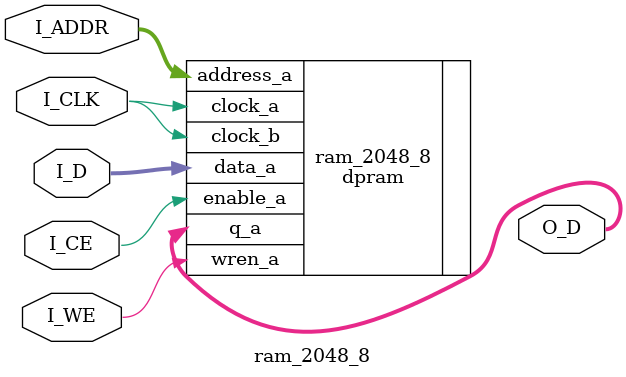
<source format=v>

module  ram_1024_8_8
(
	input  I_CLKA,I_CLKB,
	input  [9:0]I_ADDRA,I_ADDRB,
	input  [7:0]I_DA,I_DB,
	input  I_CEA,I_CEB,
	input  I_WEA,I_WEB,
	output [7:0]O_DA,O_DB
);

wire   [7:0]W_DOA,W_DOB;
assign O_DA = I_CEA ? W_DOA : 8'h00;
assign O_DB = I_CEB ? W_DOB : 8'h00;

dpram #(10,8) ram_1024_8_8
(
	.clock_a(I_CLKA),
	.address_a(I_ADDRA),
	.data_a(I_DA),
	.enable_a(I_CEA),	
	.wren_a(I_WEA),
	.q_a(W_DOA),

	.clock_b(I_CLKB),
	.address_b(I_ADDRB),
	.data_b(I_DB),
	.enable_b(I_CEB),
	.wren_b(I_WEB),
	.q_b(W_DOB)
);

endmodule

/////////////////////////////////////////////////////////////////////

module  ram_1024_8
(
	input  I_CLK,
	input  [9:0]I_ADDR,
	input  [7:0]I_D,
	input  I_CE,
	input  I_WE,
	output [7:0]O_D
);

wire   [7:0]W_DO;
assign O_D = I_CE ? W_DO : 8'h00;

dpram #(10,8) ram_1024_8
(
	.clock_a(I_CLK),
	.address_a(I_ADDR),
	.data_a(I_D),
	.wren_a(I_WE),
	.enable_a(I_CE),
	.q_a(W_DO),

	.clock_b(I_CLK)
);

endmodule

/////////////////////////////////////////////////////////////////////

module  ram_2N
(
	input  I_CLK,
	input  [7:0]I_ADDR,
	input  [3:0]I_D,
	input  I_CE,
	input  I_WE,
	output [3:0]O_D
);

dpram #(8,4) ram_256_4
(
	.clock_a(I_CLK),
	.address_a(I_ADDR),
	.data_a(I_D),
	.wren_a(I_WE),
	.enable_a(I_CE),
	.q_a(O_D),

	.clock_b(I_CLK)
);

endmodule

/////////////////////////////////////////////////////////////////////

module  ram_2EH7M
(
	input  I_CLKA,I_CLKB,
	input  [7:0]I_ADDRA,
	input  [5:0]I_ADDRB,
	input  [5:0]I_DA,
	input  [8:0]I_DB,
	input  I_CEA,I_CEB,
	input  I_WEA,I_WEB,
	output [5:0]O_DA,
	output [8:0]O_DB
);

dpram #(8,6) ram_256_6
(
	.clock_a(I_CLKA),
	.address_a(I_ADDRA),
	.data_a(I_DA),
	.enable_a(I_CEA),	
	.wren_a(I_WEA),
	.q_a(O_DA),

	.clock_b(I_CLKA)
);

dpram #(6,9) ram_64_9
(
	.clock_a(I_CLKB),
	.address_a(I_ADDRB),
	.data_a(I_DB),
	.enable_a(I_CEB),
	.wren_a(I_WEB),
	.q_a(O_DB),

	.clock_b(I_CLKB)
);

endmodule

/////////////////////////////////////////////////////////////////////

module  ram_2EF
(
	input  I_CLKA,I_CLKB,
	input  [7:0]I_ADDRA,I_ADDRB,
	input  [7:0]I_DA,I_DB,
	input  I_CEA,I_CEB,
	input  I_WEA,I_WEB,
	output [7:0]O_DA,O_DB
);

dpram #(9,8) ram_512_8
(
	.clock_a(I_CLKA),
	.address_a({1'b0,I_ADDRA}),
	.data_a(I_DA),
	.enable_a(I_CEA),	
	.wren_a(I_WEA),
	.q_a(O_DA),

	.clock_b(I_CLKB),
	.address_b({1'b1,I_ADDRB}),
	.data_b(I_DB),
	.enable_b(I_CEB),
	.wren_b(I_WEB),
	.q_b(O_DB)
);

endmodule

/////////////////////////////////////////////////////////////////////

module  double_scan
(
	input  I_CLKA,I_CLKB,
	input  [8:0]I_ADDRA,I_ADDRB,
	input  [7:0]I_DA,I_DB,
	input  I_CEA,I_CEB,
	input  I_WEA,I_WEB,
	output [7:0]O_DA,O_DB
);

dpram #(9,8) ram_512_8
(
	.clock_a(I_CLKA),
	.address_a(I_ADDRA),
	.data_a(I_DA),
	.enable_a(I_CEA),	
	.wren_a(I_WEA),
	.q_a(O_DA),

	.clock_b(I_CLKB),
	.address_b(I_ADDRB),
	.data_b(I_DB),
	.enable_b(I_CEB),
	.wren_b(I_WEB),
	.q_b(O_DB)
);

endmodule

/////////////////////////////////////////////////////////////////////

module  ram_64_8
(
	input  I_CLK,
	input  [5:0]I_ADDR,
	input  [7:0]I_D,
	input  I_CE,
	input  I_WE,
	output [7:0]O_D
);

dpram #(6,8) ram_64_8
(
	.clock_a(I_CLK),
	.address_a(I_ADDR),
	.data_a(I_D),
	.wren_a(I_WE),
	.enable_a(I_CE),
	.q_a(O_D),
	
	.clock_b(I_CLK)
);

endmodule

/////////////////////////////////////////////////////////////////////

module  ram_2048_8
(
	input  I_CLK,
	input  [10:0]I_ADDR,
	input  [7:0]I_D,
	input  I_CE,
	input  I_WE,
	output [7:0]O_D
);

dpram #(11,8) ram_2048_8
(
	.clock_a(I_CLK),
	.address_a(I_ADDR),
	.data_a(I_D),
	.wren_a(I_WE),
	.enable_a(I_CE),
	.q_a(O_D),

	.clock_b(I_CLK)
);

endmodule

</source>
